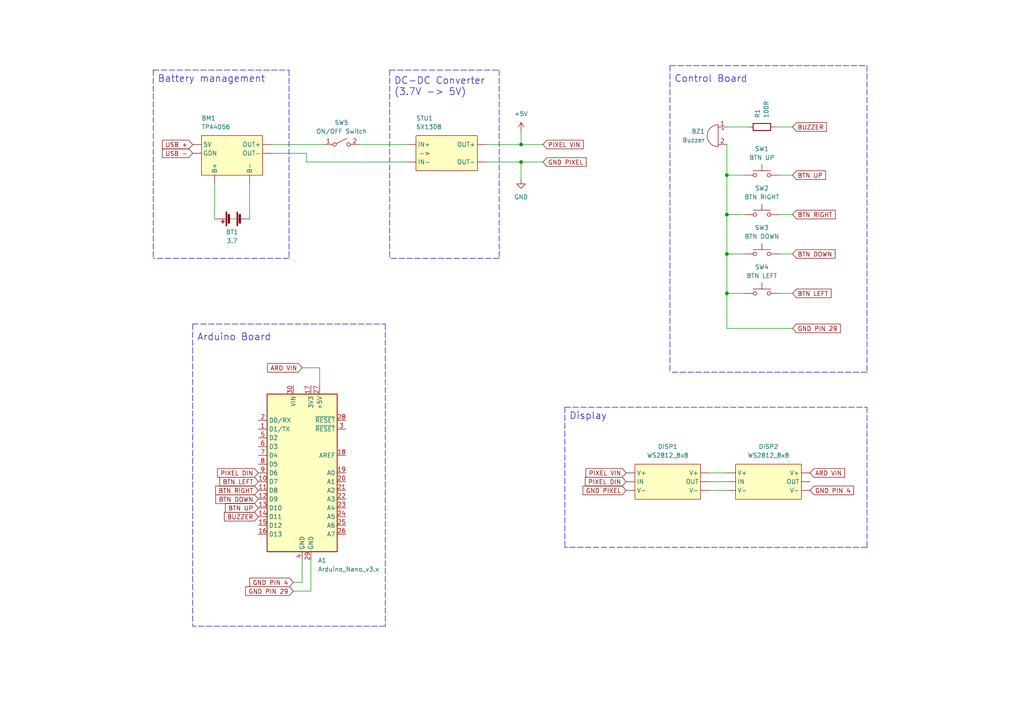
<source format=kicad_sch>
(kicad_sch (version 20211123) (generator eeschema)
  (paper "A4")
  (title_block (title "Tetris") (date "2022-07-01") (rev "2") (company "High Tech Lab"))
  (lib_symbols
    (symbol "Battery_Management:TPA4056" (pin_numbers hide)
      (property "Reference" "U" (at 0 12.7 0))
      (property "Value" "TPA4056" (at 0 10.16 0))
      (property "Footprint" "Battery:TP4056-18650" (at 0 7.62 0))
      (symbol "TPA4056_0_1"
        (rectangle (start -8.89 5.08) (end 8.89 -6.35) (fill (type background)))
      )
      (symbol "TPA4056_1_1"
        (pin power_in line (at -11.43 2.54 0) (length 2.54) (name "5V") (number "1"))
        (pin power_in line (at -11.43 0 0) (length 2.54) (name "GDN") (number "2"))
        (pin power_out line (at 11.43 2.54 180) (length 2.54) (name "OUT+") (number "3"))
        (pin power_out line (at -5.08 -8.89 90) (length 2.54) (name "B+") (number "4"))
        (pin power_out line (at 5.08 -8.89 90) (length 2.54) (name "B-") (number "5"))
        (pin power_out line (at 11.43 0 180) (length 2.54) (name "OUT-") (number "6"))
      )
    )
    (symbol "Converter_DCDC:SX1308" (pin_numbers hide) (in_bom no) (on_board no)
      (property "Reference" "U" (at 0 0 0))
      (property "Value" "SX1308" (at 0 0 0))
      (symbol "SX1308_0_0"
        (text "->" (at -6.35 0 0) (effects (font (size 1.27 1.27))))
      )
      (symbol "SX1308_0_1"
        (rectangle (start -8.89 5.08) (end 8.89 -5.08) (fill (type background)))
      )
      (symbol "SX1308_1_1"
        (pin power_in line (at -11.43 2.54 0) (length 2.54) (name "IN+") (number ""))
        (pin power_in line (at -11.43 -2.54 0) (length 2.54) (name "IN-") (number ""))
        (pin power_out line (at 11.43 2.54 180) (length 2.54) (name "OUT+") (number ""))
        (pin power_out line (at 11.43 -2.54 180) (length 2.54) (name "OUT-") (number ""))
      )
    )
    (symbol "Device:Battery" (pin_numbers hide) (pin_names (offset 0) hide)
      (property "Reference" "BT" (at 2.54 2.54 0))
      (property "Value" "Battery" (at 2.54 0 0))
      (symbol "Battery_0_1"
        (rectangle (start -2.032 -1.397) (end 2.032 -1.651) (fill (type outline)))
        (rectangle (start -2.032 1.778) (end 2.032 1.524) (fill (type outline)))
        (rectangle (start -1.3208 -1.9812) (end 1.27 -2.4892) (fill (type outline)))
        (rectangle (start -1.3208 1.1938) (end 1.27 0.6858) (fill (type outline)))
        (polyline (pts (xy 0 -1.524) (xy 0 -1.27)))
        (polyline (pts (xy 0 -1.016) (xy 0 -0.762)))
        (polyline (pts (xy 0 -0.508) (xy 0 -0.254)))
        (polyline (pts (xy 0 0) (xy 0 0.254)))
        (polyline (pts (xy 0 0.508) (xy 0 0.762)))
        (polyline (pts (xy 0 1.778) (xy 0 2.54)))
        (polyline (pts (xy 0.254 2.667) (xy 1.27 2.667)) (stroke (width 0.254)))
        (polyline (pts (xy 0.762 3.175) (xy 0.762 2.159)) (stroke (width 0.254)))
      )
      (symbol "Battery_1_1"
        (pin passive line (at 0 5.08 270) (length 2.54) (name "+") (number "1"))
        (pin passive line (at 0 -5.08 90) (length 2.54) (name "-") (number "2"))
      )
    )
    (symbol "Device:Buzzer" (pin_names (offset 0.0254) hide)
      (property "Reference" "BZ" (at 3.81 1.27 0))
      (property "Value" "Buzzer" (at 3.81 -1.27 0))
      (symbol "Buzzer_0_1"
        (arc (start 0 -3.175) (mid 3.175 0) (end 0 3.175))
        (polyline (pts (xy -1.651 1.905) (xy -1.143 1.905)))
        (polyline (pts (xy -1.397 2.159) (xy -1.397 1.651)))
        (polyline (pts (xy 0 3.175) (xy 0 -3.175)))
      )
      (symbol "Buzzer_1_1"
        (pin passive line (at -2.54 2.54 0) (length 2.54) (name "-") (number "1"))
        (pin passive line (at -2.54 -2.54 0) (length 2.54) (name "+") (number "2"))
      )
    )
    (symbol "Device:R" (pin_numbers hide) (pin_names (offset 0))
      (property "Reference" "R" (at 2.032 0 90))
      (property "Value" "R" (at 0 0 90))
      (symbol "R_0_1"
        (rectangle (start -1.016 -2.54) (end 1.016 2.54) (stroke (width 0.254)))
      )
      (symbol "R_1_1"
        (pin passive line (at 0 3.81 270) (length 1.27) (name "~") (number "1"))
        (pin passive line (at 0 -3.81 90) (length 1.27) (name "~") (number "2"))
      )
    )
    (symbol "LED:WS2812_8x8"
      (property "Reference" "DISP" (at 0 8.89 0))
      (property "Value" "WS2812_8x8" (at -0.0262 6.9 0))
      (symbol "WS2812_8x8_0_1"
        (rectangle (start -8.89 5.08) (end 10.16 -5.08) (fill (type background)))
      )
      (symbol "WS2812_8x8_1_1"
        (pin input line (at -11.43 0 0) (length 2.54) (name "IN") (number ""))
        (pin output line (at 12.7 0 180) (length 2.54) (name "OUT") (number ""))
        (pin power_out line (at -11.43 2.54 0) (length 2.54) (name "V+") (number ""))
        (pin power_in line (at 12.7 2.54 180) (length 2.54) (name "V+") (number ""))
        (pin power_out line (at -11.43 -2.54 0) (length 2.54) (name "V-") (number ""))
        (pin power_in line (at 12.7 -2.54 180) (length 2.54) (name "V-") (number ""))
      )
    )
    (symbol "MCU_Module:Arduino_Nano_v3.x"
      (property "Reference" "A" (at -10.16 23.495 0))
      (property "Value" "Arduino_Nano_v3.x" (at 5.08 -24.13 0))
      (symbol "Arduino_Nano_v3.x_0_1"
        (rectangle (start -10.16 22.86) (end 10.16 -22.86) (stroke (width 0.254)) (fill (type background)))
      )
      (symbol "Arduino_Nano_v3.x_1_1"
        (pin bidirectional line (at -12.7 12.7 0) (length 2.54) (name "D1/TX") (number "1"))
        (pin bidirectional line (at -12.7 -2.54 0) (length 2.54) (name "D7") (number "10"))
        (pin bidirectional line (at -12.7 -5.08 0) (length 2.54) (name "D8") (number "11"))
        (pin bidirectional line (at -12.7 -7.62 0) (length 2.54) (name "D9") (number "12"))
        (pin bidirectional line (at -12.7 -10.16 0) (length 2.54) (name "D10") (number "13"))
        (pin bidirectional line (at -12.7 -12.7 0) (length 2.54) (name "D11") (number "14"))
        (pin bidirectional line (at -12.7 -15.24 0) (length 2.54) (name "D12") (number "15"))
        (pin bidirectional line (at -12.7 -17.78 0) (length 2.54) (name "D13") (number "16"))
        (pin power_out line (at 2.54 25.4 270) (length 2.54) (name "3V3") (number "17"))
        (pin input line (at 12.7 5.08 180) (length 2.54) (name "AREF") (number "18"))
        (pin bidirectional line (at 12.7 0 180) (length 2.54) (name "A0") (number "19"))
        (pin bidirectional line (at -12.7 15.24 0) (length 2.54) (name "D0/RX") (number "2"))
        (pin bidirectional line (at 12.7 -2.54 180) (length 2.54) (name "A1") (number "20"))
        (pin bidirectional line (at 12.7 -5.08 180) (length 2.54) (name "A2") (number "21"))
        (pin bidirectional line (at 12.7 -7.62 180) (length 2.54) (name "A3") (number "22"))
        (pin bidirectional line (at 12.7 -10.16 180) (length 2.54) (name "A4") (number "23"))
        (pin bidirectional line (at 12.7 -12.7 180) (length 2.54) (name "A5") (number "24"))
        (pin bidirectional line (at 12.7 -15.24 180) (length 2.54) (name "A6") (number "25"))
        (pin bidirectional line (at 12.7 -17.78 180) (length 2.54) (name "A7") (number "26"))
        (pin power_out line (at 5.08 25.4 270) (length 2.54) (name "+5V") (number "27"))
        (pin input line (at 12.7 15.24 180) (length 2.54) (name "~{RESET}") (number "28"))
        (pin power_in line (at 2.54 -25.4 90) (length 2.54) (name "GND") (number "29"))
        (pin input line (at 12.7 12.7 180) (length 2.54) (name "~{RESET}") (number "3"))
        (pin power_in line (at -2.54 25.4 270) (length 2.54) (name "VIN") (number "30"))
        (pin power_in line (at 0 -25.4 90) (length 2.54) (name "GND") (number "4"))
        (pin bidirectional line (at -12.7 10.16 0) (length 2.54) (name "D2") (number "5"))
        (pin bidirectional line (at -12.7 7.62 0) (length 2.54) (name "D3") (number "6"))
        (pin bidirectional line (at -12.7 5.08 0) (length 2.54) (name "D4") (number "7"))
        (pin bidirectional line (at -12.7 2.54 0) (length 2.54) (name "D5") (number "8"))
        (pin bidirectional line (at -12.7 0 0) (length 2.54) (name "D6") (number "9"))
      )
    )
    (symbol "Switch:SW_Push" (pin_numbers hide) (pin_names (offset 1.016) hide)
      (property "Reference" "SW" (at 1.27 2.54 0))
      (property "Value" "SW_Push" (at 0 -1.524 0))
      (symbol "SW_Push_0_1"
        (circle (center -2.032 0) (radius 0.508))
        (polyline (pts (xy 0 1.27) (xy 0 3.048)))
        (polyline (pts (xy 2.54 1.27) (xy -2.54 1.27)))
        (circle (center 2.032 0) (radius 0.508))
        (pin passive line (at -5.08 0 0) (length 2.54) (name "1") (number "1"))
        (pin passive line (at 5.08 0 180) (length 2.54) (name "2") (number "2"))
      )
    )
    (symbol "Switch:SW_SPST" (pin_names (offset 0) hide)
      (property "Reference" "SW" (at 0 3.175 0))
      (property "Value" "SW_SPST" (at 0 -2.54 0))
      (symbol "SW_SPST_0_0"
        (circle (center -2.032 0) (radius 0.508))
        (polyline (pts (xy -1.524 0.254) (xy 1.524 1.778)))
        (circle (center 2.032 0) (radius 0.508))
      )
      (symbol "SW_SPST_1_1"
        (pin passive line (at -5.08 0 0) (length 2.54) (name "A") (number "1"))
        (pin passive line (at 5.08 0 180) (length 2.54) (name "B") (number "2"))
      )
    )
    (symbol "power:+5V" (power) (pin_names (offset 0))
      (property "Value" "+5V" (at 0 3.556 0))
      (symbol "+5V_0_1"
        (polyline (pts (xy -0.762 1.27) (xy 0 2.54)))
        (polyline (pts (xy 0 0) (xy 0 2.54)))
        (polyline (pts (xy 0 2.54) (xy 0.762 1.27)))
      )
      (symbol "+5V_1_1"
        (pin power_in line (at 0 0 90) (length 0) hide (name "+5V") (number "1"))
      )
    )
    (symbol "power:GND" (power) (pin_names (offset 0))
      (property "Value" "GND" (at 0 -3.81 0))
      (symbol "GND_0_1"
        (polyline (pts (xy 0 0) (xy 0 -1.27) (xy 1.27 -1.27) (xy 0 -2.54) (xy -1.27 -1.27) (xy 0 -1.27)))
      )
      (symbol "GND_1_1"
        (pin power_in line (at 0 0 270) (length 0) hide (name "GND") (number "1"))
      )
    )
  )
  (junction (at 210.82 73.66))
  (junction (at 210.82 50.8))
  (junction (at 151.13 46.99))
  (junction (at 210.82 85.09))
  (junction (at 210.82 62.23))
  (junction (at 151.13 41.91))
  (polyline (pts (xy 251.46 158.75) (xy 163.83 158.75)))
  (polyline (pts (xy 163.83 118.11) (xy 163.83 158.75)))
  (wire (pts (xy 92.71 106.68) (xy 92.71 111.76)))
  (polyline (pts (xy 251.46 19.05) (xy 251.46 107.95)))
  (polyline (pts (xy 163.83 118.11) (xy 251.46 118.11)))
  (polyline (pts (xy 111.76 181.61) (xy 55.88 181.61)))
  (wire (pts (xy 140.97 46.99) (xy 151.13 46.99)))
  (wire (pts (xy 85.09 168.91) (xy 87.63 168.91)))
  (wire (pts (xy 229.87 73.66) (xy 226.06 73.66)))
  (wire (pts (xy 78.74 44.45) (xy 88.9 44.45)))
  (wire (pts (xy 205.74 139.7) (xy 210.82 139.7)))
  (polyline (pts (xy 144.78 20.32) (xy 144.78 74.93)))
  (wire (pts (xy 87.63 106.68) (xy 92.71 106.68)))
  (polyline (pts (xy 83.82 74.93) (xy 44.45 74.93)))
  (wire (pts (xy 215.9 50.8) (xy 210.82 50.8)))
  (polyline (pts (xy 144.78 74.93) (xy 113.03 74.93)))
  (wire (pts (xy 210.82 95.25) (xy 229.87 95.25)))
  (wire (pts (xy 217.17 36.83) (xy 210.82 36.83)))
  (polyline (pts (xy 55.88 93.98) (xy 55.88 181.61)))
  (wire (pts (xy 140.97 41.91) (xy 151.13 41.91)))
  (wire (pts (xy 229.87 50.8) (xy 226.06 50.8)))
  (wire (pts (xy 210.82 50.8) (xy 210.82 62.23)))
  (wire (pts (xy 229.87 85.09) (xy 226.06 85.09)))
  (polyline (pts (xy 55.88 93.98) (xy 111.76 93.98)))
  (wire (pts (xy 88.9 44.45) (xy 88.9 46.99)))
  (polyline (pts (xy 83.82 20.32) (xy 83.82 74.93)))
  (wire (pts (xy 210.82 62.23) (xy 215.9 62.23)))
  (wire (pts (xy 205.74 142.24) (xy 210.82 142.24)))
  (polyline (pts (xy 113.03 20.32) (xy 113.03 74.93)))
  (wire (pts (xy 210.82 85.09) (xy 215.9 85.09)))
  (wire (pts (xy 151.13 41.91) (xy 157.48 41.91)))
  (wire (pts (xy 210.82 73.66) (xy 215.9 73.66)))
  (wire (pts (xy 210.82 85.09) (xy 210.82 95.25)))
  (polyline (pts (xy 44.45 20.32) (xy 83.82 20.32)))
  (polyline (pts (xy 113.03 20.32) (xy 144.78 20.32)))
  (wire (pts (xy 72.39 53.34) (xy 72.39 63.5)))
  (wire (pts (xy 210.82 73.66) (xy 210.82 85.09)))
  (polyline (pts (xy 251.46 118.11) (xy 251.46 158.75)))
  (wire (pts (xy 151.13 46.99) (xy 157.48 46.99)))
  (wire (pts (xy 151.13 38.1) (xy 151.13 41.91)))
  (polyline (pts (xy 194.31 19.05) (xy 251.46 19.05)))
  (wire (pts (xy 90.17 162.56) (xy 90.17 171.45)))
  (wire (pts (xy 210.82 41.91) (xy 210.82 50.8)))
  (wire (pts (xy 229.87 36.83) (xy 224.79 36.83)))
  (wire (pts (xy 90.17 171.45) (xy 85.09 171.45)))
  (wire (pts (xy 151.13 46.99) (xy 151.13 52.07)))
  (wire (pts (xy 229.87 62.23) (xy 226.06 62.23)))
  (polyline (pts (xy 251.46 107.95) (xy 194.31 107.95)))
  (polyline (pts (xy 194.31 19.05) (xy 194.31 107.95)))
  (wire (pts (xy 78.74 41.91) (xy 93.98 41.91)))
  (wire (pts (xy 87.63 168.91) (xy 87.63 162.56)))
  (wire (pts (xy 104.14 41.91) (xy 118.11 41.91)))
  (polyline (pts (xy 44.45 20.32) (xy 44.45 74.93)))
  (wire (pts (xy 210.82 62.23) (xy 210.82 73.66)))
  (wire (pts (xy 62.23 53.34) (xy 62.23 63.5)))
  (wire (pts (xy 205.74 137.16) (xy 210.82 137.16)))
  (wire (pts (xy 88.9 46.99) (xy 118.11 46.99)))
  (polyline (pts (xy 111.76 93.98) (xy 111.76 181.61)))
  (text "Control Board" (at 195.58 24.13 0) (effects (font (size 2 2)) (justify left bottom)))
  (text "Display" (at 165.1 121.92 0) (effects (font (size 2 2)) (justify left bottom)))
  (text "DC-DC Converter\n(3.7V -> 5V)" (at 114.3 27.94 0) (effects (font (size 2 2)) (justify left bottom)))
  (text "Battery management" (at 45.72 24.13 0) (effects (font (size 2 2)) (justify left bottom)))
  (text "Arduino Board" (at 57.15 99.06 0) (effects (font (size 2 2)) (justify left bottom)))
  (global_label "BTN RIGHT" (shape input) (at 229.87 62.23 0) (property "Intersheet References" "${INTERSHEET_REFS}" (effects hide)))
  (global_label "GND PIN 29" (shape input) (at 85.09 171.45 180) (property "Intersheet References" "${INTERSHEET_REFS}" (effects hide)))
  (global_label "BTN LEFT" (shape input) (at 74.93 139.7 180) (property "Intersheet References" "${INTERSHEET_REFS}" (effects hide)))
  (global_label "GND PIN 4" (shape input) (at 85.09 168.91 180) (property "Intersheet References" "${INTERSHEET_REFS}" (effects hide)))
  (global_label "BTN LEFT" (shape input) (at 229.87 85.09 0) (property "Intersheet References" "${INTERSHEET_REFS}" (effects hide)))
  (global_label "USB +" (shape input) (at 55.88 41.91 180) (property "Intersheet References" "${INTERSHEET_REFS}" (effects hide)))
  (global_label "BTN RIGHT" (shape input) (at 74.93 142.24 180) (property "Intersheet References" "${INTERSHEET_REFS}" (effects hide)))
  (global_label "GND PIXEL" (shape input) (at 181.61 142.24 180) (property "Intersheet References" "${INTERSHEET_REFS}" (effects hide)))
  (global_label "GND PIXEL" (shape input) (at 157.48 46.99 0) (property "Intersheet References" "${INTERSHEET_REFS}" (effects hide)))
  (global_label "BTN UP" (shape input) (at 229.87 50.8 0) (property "Intersheet References" "${INTERSHEET_REFS}" (effects hide)))
  (global_label "BTN DOWN" (shape input) (at 229.87 73.66 0) (property "Intersheet References" "${INTERSHEET_REFS}" (effects hide)))
  (global_label "BUZZER" (shape input) (at 74.93 149.86 180) (property "Intersheet References" "${INTERSHEET_REFS}" (effects hide)))
  (global_label "ARD VIN" (shape input) (at 87.63 106.68 180) (property "Intersheet References" "${INTERSHEET_REFS}" (effects hide)))
  (global_label "PIXEL DIN" (shape input) (at 74.93 137.16 180) (property "Intersheet References" "${INTERSHEET_REFS}" (effects hide)))
  (global_label "PIXEL DIN" (shape input) (at 181.61 139.7 180) (property "Intersheet References" "${INTERSHEET_REFS}" (effects hide)))
  (global_label "GND PIN 4" (shape input) (at 234.95 142.24 0) (property "Intersheet References" "${INTERSHEET_REFS}" (effects hide)))
  (global_label "GND PIN 29" (shape input) (at 229.87 95.25 0) (property "Intersheet References" "${INTERSHEET_REFS}" (effects hide)))
  (global_label "USB -" (shape input) (at 55.88 44.45 180) (property "Intersheet References" "${INTERSHEET_REFS}" (effects hide)))
  (global_label "BUZZER" (shape input) (at 229.87 36.83 0) (property "Intersheet References" "${INTERSHEET_REFS}" (effects hide)))
  (global_label "BTN DOWN" (shape input) (at 74.93 144.78 180) (property "Intersheet References" "${INTERSHEET_REFS}" (effects hide)))
  (global_label "PIXEL VIN" (shape input) (at 181.61 137.16 180) (property "Intersheet References" "${INTERSHEET_REFS}" (effects hide)))
  (global_label "BTN UP" (shape input) (at 74.93 147.32 180) (property "Intersheet References" "${INTERSHEET_REFS}" (effects hide)))
  (global_label "ARD VIN" (shape input) (at 234.95 137.16 0) (property "Intersheet References" "${INTERSHEET_REFS}" (effects hide)))
  (global_label "PIXEL VIN" (shape input) (at 157.48 41.91 0) (property "Intersheet References" "${INTERSHEET_REFS}" (effects hide)))
  (symbol (lib_id "power:+5V") (at 151.13 38.1 0) (unit 1)
    (property "Reference" "#PWR01" (effects hide))
    (property "Value" "+5V" (at 151.13 33.02 0))
  )
  (symbol (lib_id "Switch:SW_Push") (at 220.98 50.8 0) (unit 1)
    (property "Reference" "SW1" (at 220.98 43.18 0))
    (property "Value" "BTN UP" (at 220.98 45.72 0))
  )
  (symbol (lib_id "Switch:SW_Push") (at 220.98 62.23 0) (unit 1)
    (property "Reference" "SW2" (at 220.98 54.61 0))
    (property "Value" "BTN RIGHT" (at 220.98 57.15 0))
  )
  (symbol (lib_id "LED:WS2812_8x8") (at 193.04 139.7 0) (unit 1)
    (property "Reference" "DISP1" (at 193.675 129.54 0))
    (property "Value" "WS2812_8x8" (at 193.675 132.08 0))
  )
  (symbol (lib_id "Device:Buzzer") (at 208.28 39.37 0) (mirror y) (unit 1)
    (property "Reference" "BZ1" (at 204.47 38.0999 0) (effects (justify left)))
    (property "Value" "Buzzer" (at 204.47 40.6399 0) (effects (justify left)))
  )
  (symbol (lib_id "LED:WS2812_8x8") (at 222.25 139.7 0) (unit 1)
    (property "Reference" "DISP2" (at 222.885 129.54 0))
    (property "Value" "WS2812_8x8" (at 222.885 132.08 0))
  )
  (symbol (lib_id "Converter_DCDC:SX1308") (at 129.54 44.45 0) (unit 1) (in_bom no) (on_board no)
    (property "Reference" "STU1" (at 120.65 34.29 0) (effects (justify left)))
    (property "Value" "SX1308" (at 120.65 36.83 0) (effects (justify left)))
  )
  (symbol (lib_id "Switch:SW_Push") (at 220.98 73.66 0) (unit 1)
    (property "Reference" "SW3" (at 220.98 66.04 0))
    (property "Value" "BTN DOWN" (at 220.98 68.58 0))
  )
  (symbol (lib_id "Battery_Management:TPA4056") (at 67.31 44.45 0) (unit 1)
    (property "Reference" "BM1" (at 58.42 34.29 0) (effects (justify left)))
    (property "Value" "TPA4056" (at 58.42 36.83 0) (effects (justify left)))
    (property "Footprint" "Battery:TP4056-18650" (effects hide))
  )
  (symbol (lib_id "Device:Battery") (at 67.31 63.5 90) (mirror x) (unit 1)
    (property "Reference" "BT1" (at 67.31 67.31 90))
    (property "Value" "Battery" (at 67.31 69.85 90))
    (property "Spice_Primitive" "I" (effects hide))
    (property "Spice_Model" "dc 3.7" (effects hide))
    (property "Spice_Netlist_Enabled" "Y" (effects hide))
  )
  (symbol (lib_id "MCU_Module:Arduino_Nano_v3.x") (at 87.63 137.16 0) (unit 1)
    (property "Reference" "A1" (at 92.1894 162.56 0) (effects (justify left)))
    (property "Value" "Arduino_Nano_v3.x" (at 92.1894 165.1 0) (effects (justify left)))
    (property "Footprint" "Module:Arduino_Nano" (effects hide))
    (property "Datasheet" "http://www.mouser.com/pdfdocs/Gravitech_Arduino_Nano3_0.pdf" (effects hide))
  )
  (symbol (lib_id "Device:R") (at 220.98 36.83 90) (unit 1)
    (property "Reference" "R1" (at 219.7099 34.29 0) (effects (justify left)))
    (property "Value" "100R" (at 222.2499 34.29 0) (effects (justify left)))
  )
  (symbol (lib_id "Switch:SW_SPST") (at 99.06 41.91 0) (unit 1)
    (property "Reference" "SW5" (at 99.06 35.56 0))
    (property "Value" "ON/OFF Switch" (at 99.06 38.1 0))
  )
  (symbol (lib_id "power:GND") (at 151.13 52.07 0) (unit 1)
    (property "Reference" "#PWR02" (effects hide))
    (property "Value" "GND" (at 151.13 57.15 0))
  )
  (symbol (lib_id "Switch:SW_Push") (at 220.98 85.09 0) (unit 1)
    (property "Reference" "SW4" (at 220.98 77.47 0))
    (property "Value" "BTN LEFT" (at 220.98 80.01 0))
  )
)
</source>
